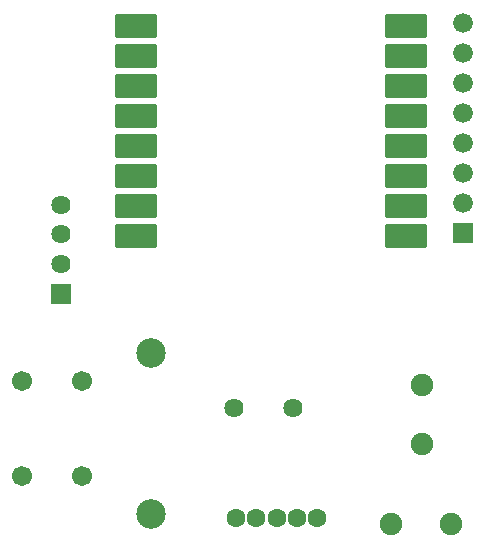
<source format=gbs>
G04 Layer: BottomSolderMaskLayer*
G04 EasyEDA v6.5.40, 2024-02-15 13:07:32*
G04 3051d7fe94b74b85aaa247d59f2a5175,7a4bf17ae9984c6ea0cf7d4767ac866e,10*
G04 Gerber Generator version 0.2*
G04 Scale: 100 percent, Rotated: No, Reflected: No *
G04 Dimensions in millimeters *
G04 leading zeros omitted , absolute positions ,4 integer and 5 decimal *
%FSLAX45Y45*%
%MOMM*%

%AMMACRO1*1,1,$1,$2,$3*1,1,$1,$4,$5*1,1,$1,0-$2,0-$3*1,1,$1,0-$4,0-$5*20,1,$1,$2,$3,$4,$5,0*20,1,$1,$4,$5,0-$2,0-$3,0*20,1,$1,0-$2,0-$3,0-$4,0-$5,0*20,1,$1,0-$4,0-$5,$2,$3,0*4,1,4,$2,$3,$4,$5,0-$2,0-$3,0-$4,0-$5,$2,$3,0*%
%ADD10C,1.6016*%
%ADD11C,1.6256*%
%ADD12MACRO1,0.2032X-1.6459X0.9144X1.6459X0.9144*%
%ADD13MACRO1,0.2032X1.6459X-0.9144X-1.6459X-0.9144*%
%ADD14R,1.6766X1.6764*%
%ADD15C,1.6764*%
%ADD16C,2.5016*%
%ADD17C,1.9016*%
%ADD18C,1.7016*%
%ADD19R,1.7272X1.7272*%

%LPD*%
D10*
G01*
X2197981Y-5079992D03*
G01*
X2368999Y-5079992D03*
G01*
X2539992Y-5079992D03*
G01*
X2710985Y-5079992D03*
G01*
X2882003Y-5079992D03*
D11*
G01*
X2175705Y-4152892D03*
G01*
X2675704Y-4152892D03*
D12*
G01*
X3632200Y-2692400D03*
D13*
G01*
X1346200Y-914400D03*
G01*
X1346200Y-1168400D03*
G01*
X1346200Y-1422400D03*
G01*
X1346200Y-1676400D03*
G01*
X1346200Y-1930400D03*
G01*
X1346200Y-2184400D03*
G01*
X1346200Y-2438400D03*
G01*
X1346200Y-2692400D03*
D12*
G01*
X3632200Y-914400D03*
G01*
X3632200Y-1168400D03*
G01*
X3632200Y-1422400D03*
G01*
X3632200Y-1676400D03*
G01*
X3632200Y-1930400D03*
G01*
X3632200Y-2184400D03*
G01*
X3632200Y-2438400D03*
D14*
G01*
X4114792Y-2666992D03*
D15*
G01*
X4114792Y-2412992D03*
G01*
X4114792Y-2158992D03*
G01*
X4114792Y-1904992D03*
G01*
X4114792Y-1650992D03*
G01*
X4114792Y-1396992D03*
G01*
X4114792Y-1142992D03*
G01*
X4114792Y-888992D03*
D16*
G01*
X1473192Y-5048826D03*
G01*
X1473192Y-3688808D03*
D17*
G01*
X4013192Y-5130792D03*
G01*
X3505192Y-5130792D03*
G01*
X3771892Y-3953705D03*
G01*
X3771892Y-4453704D03*
D18*
G01*
X380992Y-4724392D03*
G01*
X888992Y-4724392D03*
G01*
X888992Y-3924292D03*
G01*
X380992Y-3924292D03*
D19*
G01*
X711217Y-3181697D03*
D11*
G01*
X711217Y-2931711D03*
G01*
X711217Y-2681698D03*
G01*
X711217Y-2431712D03*
M02*

</source>
